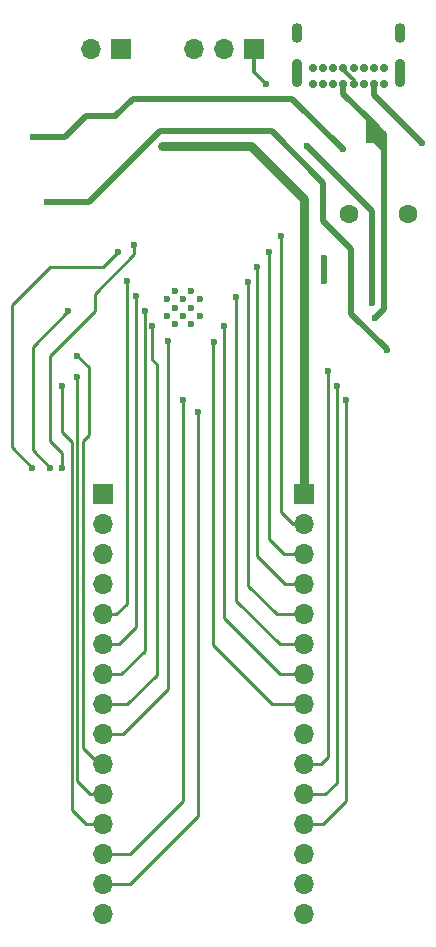
<source format=gbl>
G04 #@! TF.GenerationSoftware,KiCad,Pcbnew,9.0.0-rc1-eb83b2429a~181~ubuntu24.04.1*
G04 #@! TF.CreationDate,2025-01-01T21:40:26+01:00*
G04 #@! TF.ProjectId,Spinne_Werkstatt,5370696e-6e65-45f5-9765-726b73746174,rev?*
G04 #@! TF.SameCoordinates,Original*
G04 #@! TF.FileFunction,Copper,L2,Bot*
G04 #@! TF.FilePolarity,Positive*
%FSLAX46Y46*%
G04 Gerber Fmt 4.6, Leading zero omitted, Abs format (unit mm)*
G04 Created by KiCad (PCBNEW 9.0.0-rc1-eb83b2429a~181~ubuntu24.04.1) date 2025-01-01 21:40:26*
%MOMM*%
%LPD*%
G01*
G04 APERTURE LIST*
G04 #@! TA.AperFunction,ComponentPad*
%ADD10C,1.600000*%
G04 #@! TD*
G04 #@! TA.AperFunction,ComponentPad*
%ADD11C,0.700000*%
G04 #@! TD*
G04 #@! TA.AperFunction,ComponentPad*
%ADD12O,0.900000X2.400000*%
G04 #@! TD*
G04 #@! TA.AperFunction,ComponentPad*
%ADD13O,0.900000X1.700000*%
G04 #@! TD*
G04 #@! TA.AperFunction,HeatsinkPad*
%ADD14C,0.600000*%
G04 #@! TD*
G04 #@! TA.AperFunction,ComponentPad*
%ADD15R,1.700000X1.700000*%
G04 #@! TD*
G04 #@! TA.AperFunction,ComponentPad*
%ADD16O,1.700000X1.700000*%
G04 #@! TD*
G04 #@! TA.AperFunction,ViaPad*
%ADD17C,0.600000*%
G04 #@! TD*
G04 #@! TA.AperFunction,Conductor*
%ADD18C,0.508000*%
G04 #@! TD*
G04 #@! TA.AperFunction,Conductor*
%ADD19C,0.299974*%
G04 #@! TD*
G04 #@! TA.AperFunction,Conductor*
%ADD20C,0.762000*%
G04 #@! TD*
G04 #@! TA.AperFunction,Conductor*
%ADD21C,0.254000*%
G04 #@! TD*
G04 APERTURE END LIST*
D10*
X151750000Y-53750000D03*
X156750000Y-53750000D03*
D11*
X154725000Y-42775000D03*
X153875000Y-42775000D03*
X153025000Y-42775000D03*
X152175000Y-42775000D03*
X151325000Y-42775000D03*
X150475000Y-42775000D03*
X149625000Y-42775000D03*
X148775000Y-42775000D03*
X148775000Y-41425000D03*
X149625000Y-41425000D03*
X150475000Y-41425000D03*
X151325000Y-41425000D03*
X152175000Y-41425000D03*
X153025000Y-41425000D03*
X153875000Y-41425000D03*
X154725000Y-41425000D03*
D12*
X156075000Y-41795000D03*
D13*
X156075000Y-38415000D03*
D12*
X147425000Y-41795000D03*
D13*
X147425000Y-38415000D03*
D14*
X136350000Y-60980000D03*
X136350000Y-62380000D03*
X137050000Y-60280000D03*
X137050000Y-61680000D03*
X137050000Y-63080000D03*
X137750000Y-60980000D03*
X137750000Y-62380000D03*
X138450000Y-60280000D03*
X138450000Y-61680000D03*
X138450000Y-63080000D03*
X139150000Y-60980000D03*
X139150000Y-62380000D03*
D15*
X132525000Y-39750000D03*
D16*
X129985000Y-39750000D03*
D15*
X143750000Y-39750000D03*
D16*
X141210000Y-39750000D03*
X138670000Y-39750000D03*
D15*
X148000000Y-77500000D03*
D16*
X148000000Y-80040000D03*
X148000000Y-82580000D03*
X148000000Y-85120000D03*
X148000000Y-87660000D03*
X148000000Y-90200000D03*
X148000000Y-92740000D03*
X148000000Y-95280000D03*
X148000000Y-97820000D03*
X148000000Y-100360000D03*
X148000000Y-102900000D03*
X148000000Y-105440000D03*
X148000000Y-107980000D03*
X148000000Y-110520000D03*
X148000000Y-113060000D03*
D15*
X131000000Y-77500000D03*
D16*
X131000000Y-80040000D03*
X131000000Y-82580000D03*
X131000000Y-85120000D03*
X131000000Y-87660000D03*
X131000000Y-90200000D03*
X131000000Y-92740000D03*
X131000000Y-95280000D03*
X131000000Y-97820000D03*
X131000000Y-100360000D03*
X131000000Y-102900000D03*
X131000000Y-105440000D03*
X131000000Y-107980000D03*
X131000000Y-110520000D03*
X131000000Y-113060000D03*
D17*
X151250000Y-48250000D03*
X144750000Y-42750000D03*
X158000000Y-47750000D03*
X153504000Y-47500000D03*
X148250000Y-48000000D03*
X128000000Y-62000000D03*
X155000000Y-65250000D03*
X126500000Y-75250000D03*
X126250000Y-52750000D03*
X125000000Y-47250000D03*
X132000000Y-45500000D03*
X133625000Y-56375000D03*
X127500000Y-75250000D03*
X136000000Y-48000000D03*
X132250000Y-57000000D03*
X124993144Y-75256856D03*
X128750000Y-65770000D03*
X134500000Y-62000000D03*
X133000000Y-59420000D03*
X133750000Y-60690000D03*
X137750000Y-69500000D03*
X135127000Y-63230000D03*
X136500000Y-64500000D03*
X127500000Y-68310000D03*
X139000000Y-70500000D03*
X128795000Y-67545000D03*
X144000000Y-58250000D03*
X150750000Y-68310000D03*
X140375000Y-64625000D03*
X150000000Y-67040000D03*
X141250000Y-63230000D03*
X146000000Y-55610000D03*
X142250000Y-60750000D03*
X145000000Y-57000000D03*
X151500000Y-69500000D03*
X149656800Y-59420000D03*
X149656800Y-57480000D03*
X143250000Y-59500000D03*
X153750000Y-61290000D03*
X154000000Y-62560000D03*
D18*
X151250000Y-48250000D02*
X147000000Y-44000000D01*
X147000000Y-44000000D02*
X133500000Y-44000000D01*
X133500000Y-44000000D02*
X132000000Y-45500000D01*
D19*
X144750000Y-42750000D02*
X143750000Y-41750000D01*
X143750000Y-41750000D02*
X143750000Y-39750000D01*
D18*
X153920000Y-43670000D02*
X158000000Y-47750000D01*
X153920000Y-42920000D02*
X153920000Y-43670000D01*
X153875000Y-42875000D02*
X153920000Y-42920000D01*
X153875000Y-42775000D02*
X153875000Y-42875000D01*
X151325000Y-43575000D02*
X153375000Y-45625000D01*
X153504000Y-45754000D02*
X153375000Y-45625000D01*
X153504000Y-45996000D02*
X153504000Y-45754000D01*
X153625000Y-45875000D02*
X153875000Y-46125000D01*
X153625000Y-45875000D02*
X153504000Y-45996000D01*
X153504000Y-45996000D02*
X153504000Y-47500000D01*
X153875000Y-46125000D02*
X154125000Y-46375000D01*
X153875000Y-46125000D02*
X153875000Y-47375000D01*
X153875000Y-47375000D02*
X154000000Y-47500000D01*
X154125000Y-46375000D02*
X154625000Y-46875000D01*
X154125000Y-47125000D02*
X154250000Y-47250000D01*
X154125000Y-46375000D02*
X154125000Y-47125000D01*
X154750000Y-48000000D02*
X154750000Y-48250000D01*
X154000000Y-47500000D02*
X154750000Y-48250000D01*
X153504000Y-47500000D02*
X154000000Y-47500000D01*
X154625000Y-46875000D02*
X154000000Y-47500000D01*
X154750000Y-47500000D02*
X154750000Y-48000000D01*
X154250000Y-47500000D02*
X154750000Y-48000000D01*
X154625000Y-46875000D02*
X154750000Y-47000000D01*
X154000000Y-47500000D02*
X154250000Y-47500000D01*
X154625000Y-46875000D02*
X154250000Y-47250000D01*
X154250000Y-47250000D02*
X154250000Y-47500000D01*
X154750000Y-47000000D02*
X154750000Y-47500000D01*
X154250000Y-47500000D02*
X154750000Y-47500000D01*
X151325000Y-42775000D02*
X151325000Y-43575000D01*
X153375000Y-45625000D02*
X153625000Y-45875000D01*
X154750000Y-48250000D02*
X154750000Y-61810000D01*
X154750000Y-61810000D02*
X154000000Y-62560000D01*
X153750000Y-61290000D02*
X153750000Y-53500000D01*
X153750000Y-53500000D02*
X148250000Y-48000000D01*
X155000000Y-65250000D02*
X154966841Y-65283159D01*
X154966841Y-65283159D02*
X154966841Y-65216841D01*
X129750000Y-52750000D02*
X126250000Y-52750000D01*
X154966841Y-65216841D02*
X152000000Y-62250000D01*
X152000000Y-62250000D02*
X152000000Y-56750000D01*
X152000000Y-56750000D02*
X149625000Y-54375000D01*
X149625000Y-54375000D02*
X149625000Y-51125000D01*
X135750000Y-46750000D02*
X129750000Y-52750000D01*
X149625000Y-51125000D02*
X145250000Y-46750000D01*
X145250000Y-46750000D02*
X135750000Y-46750000D01*
X149656800Y-59420000D02*
X149656800Y-57500000D01*
D20*
X143500000Y-48000000D02*
X148000000Y-52500000D01*
X136000000Y-48000000D02*
X143500000Y-48000000D01*
X148000000Y-52500000D02*
X148000000Y-77500000D01*
D18*
X132000000Y-45500000D02*
X129500000Y-45500000D01*
X127750000Y-47250000D02*
X125000000Y-47250000D01*
X129500000Y-45500000D02*
X127750000Y-47250000D01*
D21*
X126500000Y-75250000D02*
X125000000Y-73750000D01*
X125000000Y-73750000D02*
X125000000Y-65000000D01*
X125000000Y-65000000D02*
X128000000Y-62000000D01*
X126500000Y-73000000D02*
X127500000Y-74000000D01*
X127500000Y-74000000D02*
X127500000Y-75250000D01*
X133625000Y-57125000D02*
X130250000Y-60500000D01*
X130250000Y-60500000D02*
X130250000Y-62000000D01*
X126500000Y-65750000D02*
X126500000Y-73000000D01*
X130250000Y-62000000D02*
X126500000Y-65750000D01*
X133625000Y-56375000D02*
X133625000Y-57125000D01*
X123250000Y-73500000D02*
X123250000Y-61500000D01*
X124993144Y-75243144D02*
X123250000Y-73500000D01*
X131000000Y-58250000D02*
X132250000Y-57000000D01*
X126500000Y-58250000D02*
X131000000Y-58250000D01*
X124993144Y-75256856D02*
X124993144Y-75243144D01*
X123250000Y-61500000D02*
X126500000Y-58250000D01*
X129250000Y-73000000D02*
X129250000Y-99000000D01*
X129750000Y-72500000D02*
X129250000Y-73000000D01*
X129250000Y-99000000D02*
X130610000Y-100360000D01*
X129750000Y-66750000D02*
X129750000Y-72500000D01*
X130610000Y-100360000D02*
X131000000Y-100360000D01*
X128750000Y-65770000D02*
X128770000Y-65770000D01*
X128770000Y-65770000D02*
X129750000Y-66750000D01*
X134500000Y-90750000D02*
X132510000Y-92740000D01*
X134500000Y-62000000D02*
X134500000Y-90750000D01*
X132510000Y-92740000D02*
X131000000Y-92740000D01*
X132090000Y-87660000D02*
X133000000Y-86750000D01*
X131000000Y-87660000D02*
X132090000Y-87660000D01*
X133000000Y-86750000D02*
X133000000Y-59500000D01*
X133750000Y-60750000D02*
X133750000Y-88750000D01*
X132300000Y-90200000D02*
X131000000Y-90200000D01*
X133750000Y-88750000D02*
X132300000Y-90200000D01*
X137750000Y-69500000D02*
X137750000Y-92500000D01*
X137750000Y-92250000D02*
X137750000Y-103500000D01*
X137750000Y-103500000D02*
X133270000Y-107980000D01*
X133270000Y-107980000D02*
X131000000Y-107980000D01*
X137750000Y-92500000D02*
X137750000Y-92250000D01*
X135500000Y-66500000D02*
X135500000Y-92750000D01*
X135127000Y-66127000D02*
X135500000Y-66500000D01*
X135500000Y-92750000D02*
X132970000Y-95280000D01*
X132970000Y-95280000D02*
X131000000Y-95280000D01*
X135127000Y-63230000D02*
X135127000Y-66127000D01*
X132680000Y-97820000D02*
X131000000Y-97820000D01*
X136500000Y-94000000D02*
X132680000Y-97820000D01*
X136500000Y-64500000D02*
X136500000Y-94000000D01*
X128340000Y-104250000D02*
X128340000Y-73090000D01*
X129530000Y-105440000D02*
X128340000Y-104250000D01*
X127500000Y-72250000D02*
X127500000Y-68500000D01*
X130810000Y-105250000D02*
X131000000Y-105440000D01*
X128340000Y-73090000D02*
X127500000Y-72250000D01*
X131000000Y-105440000D02*
X129530000Y-105440000D01*
X131000000Y-110520000D02*
X133230000Y-110520000D01*
X133230000Y-110520000D02*
X139000000Y-104750000D01*
X139000000Y-104750000D02*
X139000000Y-70500000D01*
X129900000Y-102900000D02*
X131000000Y-102900000D01*
X128795000Y-67545000D02*
X128795000Y-101795000D01*
X128795000Y-101795000D02*
X129900000Y-102900000D01*
X146370000Y-85120000D02*
X144000000Y-82750000D01*
X144000000Y-82750000D02*
X144000000Y-58250000D01*
X148000000Y-85120000D02*
X146370000Y-85120000D01*
X150750000Y-68433000D02*
X150750000Y-101900000D01*
X150627000Y-68310000D02*
X150750000Y-68433000D01*
X149750000Y-102900000D02*
X148000000Y-102900000D01*
X150750000Y-68310000D02*
X150627000Y-68310000D01*
X150750000Y-101900000D02*
X149750000Y-102900000D01*
X145280000Y-95280000D02*
X148000000Y-95280000D01*
X140250000Y-90250000D02*
X145280000Y-95280000D01*
X140375000Y-64625000D02*
X140250000Y-64750000D01*
X140250000Y-64750000D02*
X140250000Y-90250000D01*
X148000000Y-100360000D02*
X149390000Y-100360000D01*
X149390000Y-100360000D02*
X150000000Y-99750000D01*
X150000000Y-99750000D02*
X150000000Y-67250000D01*
X145990000Y-92740000D02*
X141250000Y-88000000D01*
X148000000Y-92740000D02*
X145990000Y-92740000D01*
X141250000Y-88000000D02*
X141250000Y-63230000D01*
X146000000Y-79000000D02*
X146000000Y-55610000D01*
X148000000Y-80040000D02*
X147040000Y-80040000D01*
X147040000Y-80040000D02*
X146000000Y-79000000D01*
X142250000Y-86500000D02*
X145950000Y-90200000D01*
X142250000Y-63632127D02*
X142250000Y-60750000D01*
X145950000Y-90200000D02*
X148000000Y-90200000D01*
X142250000Y-63632127D02*
X142250000Y-86500000D01*
X146330000Y-82580000D02*
X148000000Y-82580000D01*
X145000000Y-81250000D02*
X146330000Y-82580000D01*
X145000000Y-57000000D02*
X145000000Y-81250000D01*
X151500000Y-103500000D02*
X149560000Y-105440000D01*
X151500000Y-69500000D02*
X151500000Y-103500000D01*
X149560000Y-105440000D02*
X148000000Y-105440000D01*
X148000000Y-87660000D02*
X145660000Y-87660000D01*
X143250000Y-85250000D02*
X143250000Y-59500000D01*
X145660000Y-87660000D02*
X143250000Y-85250000D01*
D19*
X152175000Y-42775000D02*
X152175000Y-42425000D01*
X151325000Y-41575000D02*
X151325000Y-41425000D01*
X152175000Y-42425000D02*
X151325000Y-41575000D01*
M02*

</source>
